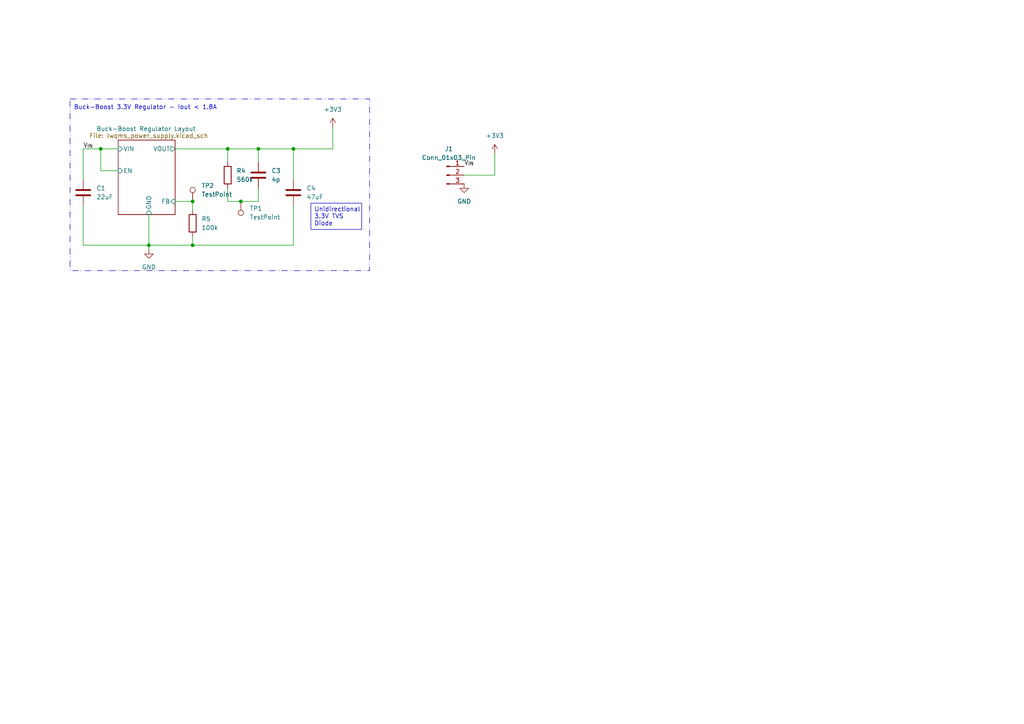
<source format=kicad_sch>
(kicad_sch (version 20250114) (generator "eeschema") (generator_version "9.0")
  (paper "A4")
  (lib_symbols
    (symbol "Connector:Conn_01x03_Pin" (pin_names (offset 1.016) (hide yes))
      (property "Reference" "J" (at 0 5.08 0))
      (property "Value" "Conn_01x03_Pin" (at 0 -5.08 0))
      (symbol "Conn_01x03_Pin_1_1"
        (rectangle (start 0.8636 2.667) (end 0 2.413) (stroke (width 0.1524)) (fill (type outline)))
        (rectangle (start 0.8636 0.127) (end 0 -0.127) (stroke (width 0.1524)) (fill (type outline)))
        (rectangle (start 0.8636 -2.413) (end 0 -2.667) (stroke (width 0.1524)) (fill (type outline)))
        (polyline (pts (xy 1.27 2.54) (xy 0.8636 2.54)) (stroke (width 0.1524)))
        (polyline (pts (xy 1.27 0) (xy 0.8636 0)) (stroke (width 0.1524)))
        (polyline (pts (xy 1.27 -2.54) (xy 0.8636 -2.54)) (stroke (width 0.1524)))
        (pin passive line (at 5.08 2.54 180) (length 3.81) (name "Pin_1") (number "1"))
        (pin passive line (at 5.08 0 180) (length 3.81) (name "Pin_2") (number "2"))
        (pin passive line (at 5.08 -2.54 180) (length 3.81) (name "Pin_3") (number "3"))
      )
    )
    (symbol "Connector:TestPoint" (pin_numbers (hide yes)) (pin_names (offset 0.762) (hide yes))
      (property "Reference" "TP" (at 0 6.858 0))
      (property "Value" "TestPoint" (at 0 5.08 0))
      (symbol "TestPoint_0_1"
        (circle (center 0 3.302) (radius 0.762))
      )
      (symbol "TestPoint_1_1"
        (pin passive line (at 0 0 90) (length 2.54) (name "1") (number "1"))
      )
    )
    (symbol "Device:C" (pin_numbers (hide yes)) (pin_names (offset 0.254))
      (property "Reference" "C" (at 0.635 2.54 0))
      (property "Value" "C" (at 0.635 -2.54 0))
      (symbol "C_0_1"
        (polyline (pts (xy -2.032 0.762) (xy 2.032 0.762)) (stroke (width 0.508)))
        (polyline (pts (xy -2.032 -0.762) (xy 2.032 -0.762)) (stroke (width 0.508)))
      )
      (symbol "C_1_1"
        (pin passive line (at 0 3.81 270) (length 2.794) (name "~") (number "1"))
        (pin passive line (at 0 -3.81 90) (length 2.794) (name "~") (number "2"))
      )
    )
    (symbol "Device:R" (pin_numbers (hide yes)) (pin_names (offset 0))
      (property "Reference" "R" (at 2.032 0 90))
      (property "Value" "R" (at 0 0 90))
      (symbol "R_0_1"
        (rectangle (start -1.016 -2.54) (end 1.016 2.54) (stroke (width 0.254)))
      )
      (symbol "R_1_1"
        (pin passive line (at 0 3.81 270) (length 1.27) (name "~") (number "1"))
        (pin passive line (at 0 -3.81 90) (length 1.27) (name "~") (number "2"))
      )
    )
    (symbol "power:+3V3" (power) (pin_numbers (hide yes)) (pin_names (offset 0) (hide yes))
      (property "Value" "+3V3" (at 0 3.556 0))
      (symbol "+3V3_0_1"
        (polyline (pts (xy -0.762 1.27) (xy 0 2.54)))
        (polyline (pts (xy 0 2.54) (xy 0.762 1.27)))
        (polyline (pts (xy 0 0) (xy 0 2.54)))
      )
      (symbol "+3V3_1_1"
        (pin power_in line (at 0 0 90) (length 0) (name "~") (number "1"))
      )
    )
    (symbol "power:GND" (power) (pin_numbers (hide yes)) (pin_names (offset 0) (hide yes))
      (property "Value" "GND" (at 0 -3.81 0))
      (symbol "GND_0_1"
        (polyline (pts (xy 0 0) (xy 0 -1.27) (xy 1.27 -1.27) (xy 0 -2.54) (xy -1.27 -1.27) (xy 0 -1.27)))
      )
      (symbol "GND_1_1"
        (pin power_in line (at 0 0 270) (length 0) (name "~") (number "1"))
      )
    )
  )
  (rectangle (start 20.32 28.702) (end 107.188 78.486) (stroke (width 0) (type dash_dot_dot)))
  (text "Buck-Boost 3.3V Regulator - Iout < 1.8A" (at 42.164 31.242 0) (effects (font (size 1.27 1.27))))
  (text_box "Unidirectional 3.3V TVS Diode" (at 90.17 58.928 0) (size 14.732 7.62) (margins 0.9525 0.9525 0.9525 0.9525) (effects (font (size 1.27 1.27)) (justify left top)))
  (junction (at 55.88 71.12))
  (junction (at 74.93 43.18))
  (junction (at 43.18 71.12))
  (junction (at 55.88 58.42))
  (junction (at 66.04 43.18))
  (junction (at 85.09 43.18))
  (junction (at 69.85 58.42))
  (junction (at 29.21 43.18))
  (wire (pts (xy 34.29 49.53) (xy 29.21 49.53)))
  (wire (pts (xy 43.18 71.12) (xy 55.88 71.12)))
  (wire (pts (xy 74.93 54.61) (xy 74.93 58.42)))
  (wire (pts (xy 24.13 43.18) (xy 24.13 52.07)))
  (wire (pts (xy 66.04 43.18) (xy 66.04 46.99)))
  (wire (pts (xy 74.93 43.18) (xy 74.93 46.99)))
  (wire (pts (xy 85.09 43.18) (xy 96.52 43.18)))
  (wire (pts (xy 66.04 43.18) (xy 74.93 43.18)))
  (wire (pts (xy 43.18 62.23) (xy 43.18 71.12)))
  (wire (pts (xy 134.62 50.8) (xy 143.51 50.8)))
  (wire (pts (xy 24.13 71.12) (xy 43.18 71.12)))
  (wire (pts (xy 24.13 43.18) (xy 29.21 43.18)))
  (wire (pts (xy 66.04 58.42) (xy 69.85 58.42)))
  (wire (pts (xy 43.18 71.12) (xy 43.18 72.39)))
  (wire (pts (xy 29.21 43.18) (xy 34.29 43.18)))
  (wire (pts (xy 96.52 36.83) (xy 96.52 43.18)))
  (wire (pts (xy 55.88 58.42) (xy 55.88 60.96)))
  (wire (pts (xy 66.04 54.61) (xy 66.04 58.42)))
  (wire (pts (xy 55.88 68.58) (xy 55.88 71.12)))
  (wire (pts (xy 50.8 43.18) (xy 66.04 43.18)))
  (wire (pts (xy 29.21 49.53) (xy 29.21 43.18)))
  (wire (pts (xy 24.13 59.69) (xy 24.13 71.12)))
  (wire (pts (xy 85.09 59.69) (xy 85.09 71.12)))
  (wire (pts (xy 85.09 43.18) (xy 85.09 52.07)))
  (wire (pts (xy 55.88 71.12) (xy 85.09 71.12)))
  (wire (pts (xy 50.8 58.42) (xy 55.88 58.42)))
  (wire (pts (xy 143.51 44.45) (xy 143.51 50.8)))
  (wire (pts (xy 74.93 43.18) (xy 85.09 43.18)))
  (wire (pts (xy 69.85 58.42) (xy 74.93 58.42)))
  (label "V_{IN}" (at 134.62 48.26 0))
  (label "V_{IN}" (at 24.13 43.18 0))
  (symbol (lib_id "Device:C") (at 74.93 50.8 0) (unit 1)
    (property "Reference" "C3" (at 78.74 49.5299 0) (effects (justify left)))
    (property "Value" "4p" (at 78.74 52.0699 0) (effects (justify left)))
    (property "Footprint" "Capacitor_SMD:C_0805_2012Metric_Pad1.18x1.45mm_HandSolder" (effects (hide yes)))
    (property "Description" "Unpolarized capacitor" (effects (hide yes)))
  )
  (symbol (lib_id "Connector:Conn_01x03_Pin") (at 129.54 50.8 0) (unit 1)
    (property "Reference" "J1" (at 130.175 43.18 0))
    (property "Value" "Conn_01x03_Pin" (at 130.175 45.72 0))
    (property "Footprint" "Connector_PinHeader_2.54mm:PinHeader_1x03_P2.54mm_Vertical" (effects (hide yes)))
    (property "Description" "Generic connector, single row, 01x03, script generated" (effects (hide yes)))
  )
  (symbol (lib_id "Device:R") (at 66.04 50.8 0) (unit 1)
    (property "Reference" "R4" (at 68.58 49.5299 0) (effects (justify left)))
    (property "Value" "560k" (at 68.58 52.0699 0) (effects (justify left)))
    (property "Footprint" "Resistor_SMD:R_0805_2012Metric_Pad1.20x1.40mm_HandSolder" (effects (hide yes)))
    (property "Description" "Resistor" (effects (hide yes)))
  )
  (symbol (lib_id "Connector:TestPoint") (at 69.85 58.42 180) (unit 1)
    (property "Reference" "TP1" (at 72.39 60.4519 0) (effects (justify right)))
    (property "Value" "TestPoint" (at 72.39 62.9919 0) (effects (justify right)))
    (property "Footprint" "TestPoint:TestPoint_Pad_D1.5mm" (effects (hide yes)))
    (property "Description" "test point" (effects (hide yes)))
  )
  (symbol (lib_id "power:GND") (at 134.62 53.34 0) (unit 1)
    (property "Reference" "#PWR01" (effects (hide yes)))
    (property "Value" "GND" (at 134.62 58.42 0))
    (property "Description" "Power symbol creates a global label with name \"GND\" , ground" (effects (hide yes)))
  )
  (symbol (lib_id "Device:C") (at 24.13 55.88 0) (unit 1)
    (property "Reference" "C1" (at 27.94 54.6099 0) (effects (justify left)))
    (property "Value" "22uF" (at 27.94 57.1499 0) (effects (justify left)))
    (property "Footprint" "Capacitor_SMD:C_0805_2012Metric_Pad1.18x1.45mm_HandSolder" (effects (hide yes)))
    (property "Description" "Unpolarized capacitor" (effects (hide yes)))
  )
  (symbol (lib_id "power:+3V3") (at 143.51 44.45 0) (unit 1)
    (property "Reference" "#PWR02" (effects (hide yes)))
    (property "Value" "+3V3" (at 143.51 39.37 0))
    (property "Description" "Power symbol creates a global label with name \"+3V3\"" (effects (hide yes)))
  )
  (symbol (lib_id "power:GND") (at 43.18 72.39 0) (unit 1)
    (property "Reference" "#PWR03" (effects (hide yes)))
    (property "Value" "GND" (at 43.18 77.47 0))
    (property "Description" "Power symbol creates a global label with name \"GND\" , ground" (effects (hide yes)))
  )
  (symbol (lib_id "Connector:TestPoint") (at 55.88 58.42 0) (unit 1)
    (property "Reference" "TP2" (at 58.42 53.8479 0) (effects (justify left)))
    (property "Value" "TestPoint" (at 58.42 56.3879 0) (effects (justify left)))
    (property "Footprint" "TestPoint:TestPoint_Pad_D1.5mm" (effects (hide yes)))
    (property "Description" "test point" (effects (hide yes)))
  )
  (symbol (lib_id "power:+3V3") (at 96.52 36.83 0) (unit 1)
    (property "Reference" "#PWR010" (effects (hide yes)))
    (property "Value" "+3V3" (at 96.52 31.75 0))
    (property "Description" "Power symbol creates a global label with name \"+3V3\"" (effects (hide yes)))
  )
  (symbol (lib_id "Device:C") (at 85.09 55.88 0) (unit 1)
    (property "Reference" "C4" (at 88.9 54.6099 0) (effects (justify left)))
    (property "Value" "47uF" (at 88.9 57.1499 0) (effects (justify left)))
    (property "Footprint" "Capacitor_SMD:C_1206_3216Metric_Pad1.33x1.80mm_HandSolder" (effects (hide yes)))
    (property "Description" "Unpolarized capacitor" (effects (hide yes)))
  )
  (symbol (lib_id "Device:R") (at 55.88 64.77 0) (unit 1)
    (property "Reference" "R5" (at 58.42 63.4999 0) (effects (justify left)))
    (property "Value" "100k" (at 58.42 66.0399 0) (effects (justify left)))
    (property "Footprint" "Resistor_SMD:R_0805_2012Metric_Pad1.20x1.40mm_HandSolder" (effects (hide yes)))
    (property "Description" "Resistor" (effects (hide yes)))
  )
  (sheet (at 34.29 40.64) (size 16.51 21.59) (stroke (width 0.1524))
    (property "Sheetname" "Buck-Boost Regulator Layout" (at 27.94 38.1 0) (effects (justify left bottom)))
    (property "Sheetfile" "lwqms_power_supply.kicad_sch" (at 25.908 38.608 0) (effects (justify left top)))
    (pin "GND" input (at 43.18 62.23 270))
    (pin "VIN" input (at 34.29 43.18 180))
    (pin "VOUT" output (at 50.8 43.18 0))
    (pin "FB" input (at 50.8 58.42 0))
    (pin "EN" input (at 34.29 49.53 180))
  )
)
</source>
